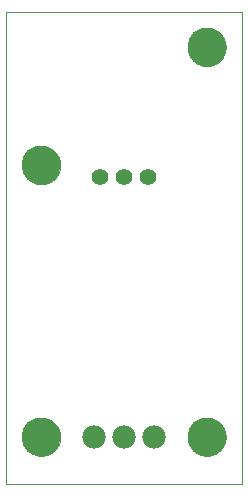
<source format=gts>
G75*
%MOIN*%
%OFA0B0*%
%FSLAX25Y25*%
%IPPOS*%
%LPD*%
%AMOC8*
5,1,8,0,0,1.08239X$1,22.5*
%
%ADD10C,0.00000*%
%ADD11C,0.12998*%
%ADD12C,0.07800*%
%ADD13C,0.05550*%
D10*
X0001000Y0001000D02*
X0001000Y0158480D01*
X0079740Y0158480D01*
X0079740Y0001000D01*
X0001000Y0001000D01*
X0006512Y0016748D02*
X0006514Y0016906D01*
X0006520Y0017064D01*
X0006530Y0017222D01*
X0006544Y0017380D01*
X0006562Y0017537D01*
X0006583Y0017694D01*
X0006609Y0017850D01*
X0006639Y0018006D01*
X0006672Y0018161D01*
X0006710Y0018314D01*
X0006751Y0018467D01*
X0006796Y0018619D01*
X0006845Y0018770D01*
X0006898Y0018919D01*
X0006954Y0019067D01*
X0007014Y0019213D01*
X0007078Y0019358D01*
X0007146Y0019501D01*
X0007217Y0019643D01*
X0007291Y0019783D01*
X0007369Y0019920D01*
X0007451Y0020056D01*
X0007535Y0020190D01*
X0007624Y0020321D01*
X0007715Y0020450D01*
X0007810Y0020577D01*
X0007907Y0020702D01*
X0008008Y0020824D01*
X0008112Y0020943D01*
X0008219Y0021060D01*
X0008329Y0021174D01*
X0008442Y0021285D01*
X0008557Y0021394D01*
X0008675Y0021499D01*
X0008796Y0021601D01*
X0008919Y0021701D01*
X0009045Y0021797D01*
X0009173Y0021890D01*
X0009303Y0021980D01*
X0009436Y0022066D01*
X0009571Y0022150D01*
X0009707Y0022229D01*
X0009846Y0022306D01*
X0009987Y0022378D01*
X0010129Y0022448D01*
X0010273Y0022513D01*
X0010419Y0022575D01*
X0010566Y0022633D01*
X0010715Y0022688D01*
X0010865Y0022739D01*
X0011016Y0022786D01*
X0011168Y0022829D01*
X0011321Y0022868D01*
X0011476Y0022904D01*
X0011631Y0022935D01*
X0011787Y0022963D01*
X0011943Y0022987D01*
X0012100Y0023007D01*
X0012258Y0023023D01*
X0012415Y0023035D01*
X0012574Y0023043D01*
X0012732Y0023047D01*
X0012890Y0023047D01*
X0013048Y0023043D01*
X0013207Y0023035D01*
X0013364Y0023023D01*
X0013522Y0023007D01*
X0013679Y0022987D01*
X0013835Y0022963D01*
X0013991Y0022935D01*
X0014146Y0022904D01*
X0014301Y0022868D01*
X0014454Y0022829D01*
X0014606Y0022786D01*
X0014757Y0022739D01*
X0014907Y0022688D01*
X0015056Y0022633D01*
X0015203Y0022575D01*
X0015349Y0022513D01*
X0015493Y0022448D01*
X0015635Y0022378D01*
X0015776Y0022306D01*
X0015915Y0022229D01*
X0016051Y0022150D01*
X0016186Y0022066D01*
X0016319Y0021980D01*
X0016449Y0021890D01*
X0016577Y0021797D01*
X0016703Y0021701D01*
X0016826Y0021601D01*
X0016947Y0021499D01*
X0017065Y0021394D01*
X0017180Y0021285D01*
X0017293Y0021174D01*
X0017403Y0021060D01*
X0017510Y0020943D01*
X0017614Y0020824D01*
X0017715Y0020702D01*
X0017812Y0020577D01*
X0017907Y0020450D01*
X0017998Y0020321D01*
X0018087Y0020190D01*
X0018171Y0020056D01*
X0018253Y0019920D01*
X0018331Y0019783D01*
X0018405Y0019643D01*
X0018476Y0019501D01*
X0018544Y0019358D01*
X0018608Y0019213D01*
X0018668Y0019067D01*
X0018724Y0018919D01*
X0018777Y0018770D01*
X0018826Y0018619D01*
X0018871Y0018467D01*
X0018912Y0018314D01*
X0018950Y0018161D01*
X0018983Y0018006D01*
X0019013Y0017850D01*
X0019039Y0017694D01*
X0019060Y0017537D01*
X0019078Y0017380D01*
X0019092Y0017222D01*
X0019102Y0017064D01*
X0019108Y0016906D01*
X0019110Y0016748D01*
X0019108Y0016590D01*
X0019102Y0016432D01*
X0019092Y0016274D01*
X0019078Y0016116D01*
X0019060Y0015959D01*
X0019039Y0015802D01*
X0019013Y0015646D01*
X0018983Y0015490D01*
X0018950Y0015335D01*
X0018912Y0015182D01*
X0018871Y0015029D01*
X0018826Y0014877D01*
X0018777Y0014726D01*
X0018724Y0014577D01*
X0018668Y0014429D01*
X0018608Y0014283D01*
X0018544Y0014138D01*
X0018476Y0013995D01*
X0018405Y0013853D01*
X0018331Y0013713D01*
X0018253Y0013576D01*
X0018171Y0013440D01*
X0018087Y0013306D01*
X0017998Y0013175D01*
X0017907Y0013046D01*
X0017812Y0012919D01*
X0017715Y0012794D01*
X0017614Y0012672D01*
X0017510Y0012553D01*
X0017403Y0012436D01*
X0017293Y0012322D01*
X0017180Y0012211D01*
X0017065Y0012102D01*
X0016947Y0011997D01*
X0016826Y0011895D01*
X0016703Y0011795D01*
X0016577Y0011699D01*
X0016449Y0011606D01*
X0016319Y0011516D01*
X0016186Y0011430D01*
X0016051Y0011346D01*
X0015915Y0011267D01*
X0015776Y0011190D01*
X0015635Y0011118D01*
X0015493Y0011048D01*
X0015349Y0010983D01*
X0015203Y0010921D01*
X0015056Y0010863D01*
X0014907Y0010808D01*
X0014757Y0010757D01*
X0014606Y0010710D01*
X0014454Y0010667D01*
X0014301Y0010628D01*
X0014146Y0010592D01*
X0013991Y0010561D01*
X0013835Y0010533D01*
X0013679Y0010509D01*
X0013522Y0010489D01*
X0013364Y0010473D01*
X0013207Y0010461D01*
X0013048Y0010453D01*
X0012890Y0010449D01*
X0012732Y0010449D01*
X0012574Y0010453D01*
X0012415Y0010461D01*
X0012258Y0010473D01*
X0012100Y0010489D01*
X0011943Y0010509D01*
X0011787Y0010533D01*
X0011631Y0010561D01*
X0011476Y0010592D01*
X0011321Y0010628D01*
X0011168Y0010667D01*
X0011016Y0010710D01*
X0010865Y0010757D01*
X0010715Y0010808D01*
X0010566Y0010863D01*
X0010419Y0010921D01*
X0010273Y0010983D01*
X0010129Y0011048D01*
X0009987Y0011118D01*
X0009846Y0011190D01*
X0009707Y0011267D01*
X0009571Y0011346D01*
X0009436Y0011430D01*
X0009303Y0011516D01*
X0009173Y0011606D01*
X0009045Y0011699D01*
X0008919Y0011795D01*
X0008796Y0011895D01*
X0008675Y0011997D01*
X0008557Y0012102D01*
X0008442Y0012211D01*
X0008329Y0012322D01*
X0008219Y0012436D01*
X0008112Y0012553D01*
X0008008Y0012672D01*
X0007907Y0012794D01*
X0007810Y0012919D01*
X0007715Y0013046D01*
X0007624Y0013175D01*
X0007535Y0013306D01*
X0007451Y0013440D01*
X0007369Y0013576D01*
X0007291Y0013713D01*
X0007217Y0013853D01*
X0007146Y0013995D01*
X0007078Y0014138D01*
X0007014Y0014283D01*
X0006954Y0014429D01*
X0006898Y0014577D01*
X0006845Y0014726D01*
X0006796Y0014877D01*
X0006751Y0015029D01*
X0006710Y0015182D01*
X0006672Y0015335D01*
X0006639Y0015490D01*
X0006609Y0015646D01*
X0006583Y0015802D01*
X0006562Y0015959D01*
X0006544Y0016116D01*
X0006530Y0016274D01*
X0006520Y0016432D01*
X0006514Y0016590D01*
X0006512Y0016748D01*
X0006512Y0107299D02*
X0006514Y0107457D01*
X0006520Y0107615D01*
X0006530Y0107773D01*
X0006544Y0107931D01*
X0006562Y0108088D01*
X0006583Y0108245D01*
X0006609Y0108401D01*
X0006639Y0108557D01*
X0006672Y0108712D01*
X0006710Y0108865D01*
X0006751Y0109018D01*
X0006796Y0109170D01*
X0006845Y0109321D01*
X0006898Y0109470D01*
X0006954Y0109618D01*
X0007014Y0109764D01*
X0007078Y0109909D01*
X0007146Y0110052D01*
X0007217Y0110194D01*
X0007291Y0110334D01*
X0007369Y0110471D01*
X0007451Y0110607D01*
X0007535Y0110741D01*
X0007624Y0110872D01*
X0007715Y0111001D01*
X0007810Y0111128D01*
X0007907Y0111253D01*
X0008008Y0111375D01*
X0008112Y0111494D01*
X0008219Y0111611D01*
X0008329Y0111725D01*
X0008442Y0111836D01*
X0008557Y0111945D01*
X0008675Y0112050D01*
X0008796Y0112152D01*
X0008919Y0112252D01*
X0009045Y0112348D01*
X0009173Y0112441D01*
X0009303Y0112531D01*
X0009436Y0112617D01*
X0009571Y0112701D01*
X0009707Y0112780D01*
X0009846Y0112857D01*
X0009987Y0112929D01*
X0010129Y0112999D01*
X0010273Y0113064D01*
X0010419Y0113126D01*
X0010566Y0113184D01*
X0010715Y0113239D01*
X0010865Y0113290D01*
X0011016Y0113337D01*
X0011168Y0113380D01*
X0011321Y0113419D01*
X0011476Y0113455D01*
X0011631Y0113486D01*
X0011787Y0113514D01*
X0011943Y0113538D01*
X0012100Y0113558D01*
X0012258Y0113574D01*
X0012415Y0113586D01*
X0012574Y0113594D01*
X0012732Y0113598D01*
X0012890Y0113598D01*
X0013048Y0113594D01*
X0013207Y0113586D01*
X0013364Y0113574D01*
X0013522Y0113558D01*
X0013679Y0113538D01*
X0013835Y0113514D01*
X0013991Y0113486D01*
X0014146Y0113455D01*
X0014301Y0113419D01*
X0014454Y0113380D01*
X0014606Y0113337D01*
X0014757Y0113290D01*
X0014907Y0113239D01*
X0015056Y0113184D01*
X0015203Y0113126D01*
X0015349Y0113064D01*
X0015493Y0112999D01*
X0015635Y0112929D01*
X0015776Y0112857D01*
X0015915Y0112780D01*
X0016051Y0112701D01*
X0016186Y0112617D01*
X0016319Y0112531D01*
X0016449Y0112441D01*
X0016577Y0112348D01*
X0016703Y0112252D01*
X0016826Y0112152D01*
X0016947Y0112050D01*
X0017065Y0111945D01*
X0017180Y0111836D01*
X0017293Y0111725D01*
X0017403Y0111611D01*
X0017510Y0111494D01*
X0017614Y0111375D01*
X0017715Y0111253D01*
X0017812Y0111128D01*
X0017907Y0111001D01*
X0017998Y0110872D01*
X0018087Y0110741D01*
X0018171Y0110607D01*
X0018253Y0110471D01*
X0018331Y0110334D01*
X0018405Y0110194D01*
X0018476Y0110052D01*
X0018544Y0109909D01*
X0018608Y0109764D01*
X0018668Y0109618D01*
X0018724Y0109470D01*
X0018777Y0109321D01*
X0018826Y0109170D01*
X0018871Y0109018D01*
X0018912Y0108865D01*
X0018950Y0108712D01*
X0018983Y0108557D01*
X0019013Y0108401D01*
X0019039Y0108245D01*
X0019060Y0108088D01*
X0019078Y0107931D01*
X0019092Y0107773D01*
X0019102Y0107615D01*
X0019108Y0107457D01*
X0019110Y0107299D01*
X0019108Y0107141D01*
X0019102Y0106983D01*
X0019092Y0106825D01*
X0019078Y0106667D01*
X0019060Y0106510D01*
X0019039Y0106353D01*
X0019013Y0106197D01*
X0018983Y0106041D01*
X0018950Y0105886D01*
X0018912Y0105733D01*
X0018871Y0105580D01*
X0018826Y0105428D01*
X0018777Y0105277D01*
X0018724Y0105128D01*
X0018668Y0104980D01*
X0018608Y0104834D01*
X0018544Y0104689D01*
X0018476Y0104546D01*
X0018405Y0104404D01*
X0018331Y0104264D01*
X0018253Y0104127D01*
X0018171Y0103991D01*
X0018087Y0103857D01*
X0017998Y0103726D01*
X0017907Y0103597D01*
X0017812Y0103470D01*
X0017715Y0103345D01*
X0017614Y0103223D01*
X0017510Y0103104D01*
X0017403Y0102987D01*
X0017293Y0102873D01*
X0017180Y0102762D01*
X0017065Y0102653D01*
X0016947Y0102548D01*
X0016826Y0102446D01*
X0016703Y0102346D01*
X0016577Y0102250D01*
X0016449Y0102157D01*
X0016319Y0102067D01*
X0016186Y0101981D01*
X0016051Y0101897D01*
X0015915Y0101818D01*
X0015776Y0101741D01*
X0015635Y0101669D01*
X0015493Y0101599D01*
X0015349Y0101534D01*
X0015203Y0101472D01*
X0015056Y0101414D01*
X0014907Y0101359D01*
X0014757Y0101308D01*
X0014606Y0101261D01*
X0014454Y0101218D01*
X0014301Y0101179D01*
X0014146Y0101143D01*
X0013991Y0101112D01*
X0013835Y0101084D01*
X0013679Y0101060D01*
X0013522Y0101040D01*
X0013364Y0101024D01*
X0013207Y0101012D01*
X0013048Y0101004D01*
X0012890Y0101000D01*
X0012732Y0101000D01*
X0012574Y0101004D01*
X0012415Y0101012D01*
X0012258Y0101024D01*
X0012100Y0101040D01*
X0011943Y0101060D01*
X0011787Y0101084D01*
X0011631Y0101112D01*
X0011476Y0101143D01*
X0011321Y0101179D01*
X0011168Y0101218D01*
X0011016Y0101261D01*
X0010865Y0101308D01*
X0010715Y0101359D01*
X0010566Y0101414D01*
X0010419Y0101472D01*
X0010273Y0101534D01*
X0010129Y0101599D01*
X0009987Y0101669D01*
X0009846Y0101741D01*
X0009707Y0101818D01*
X0009571Y0101897D01*
X0009436Y0101981D01*
X0009303Y0102067D01*
X0009173Y0102157D01*
X0009045Y0102250D01*
X0008919Y0102346D01*
X0008796Y0102446D01*
X0008675Y0102548D01*
X0008557Y0102653D01*
X0008442Y0102762D01*
X0008329Y0102873D01*
X0008219Y0102987D01*
X0008112Y0103104D01*
X0008008Y0103223D01*
X0007907Y0103345D01*
X0007810Y0103470D01*
X0007715Y0103597D01*
X0007624Y0103726D01*
X0007535Y0103857D01*
X0007451Y0103991D01*
X0007369Y0104127D01*
X0007291Y0104264D01*
X0007217Y0104404D01*
X0007146Y0104546D01*
X0007078Y0104689D01*
X0007014Y0104834D01*
X0006954Y0104980D01*
X0006898Y0105128D01*
X0006845Y0105277D01*
X0006796Y0105428D01*
X0006751Y0105580D01*
X0006710Y0105733D01*
X0006672Y0105886D01*
X0006639Y0106041D01*
X0006609Y0106197D01*
X0006583Y0106353D01*
X0006562Y0106510D01*
X0006544Y0106667D01*
X0006530Y0106825D01*
X0006520Y0106983D01*
X0006514Y0107141D01*
X0006512Y0107299D01*
X0061630Y0146669D02*
X0061632Y0146827D01*
X0061638Y0146985D01*
X0061648Y0147143D01*
X0061662Y0147301D01*
X0061680Y0147458D01*
X0061701Y0147615D01*
X0061727Y0147771D01*
X0061757Y0147927D01*
X0061790Y0148082D01*
X0061828Y0148235D01*
X0061869Y0148388D01*
X0061914Y0148540D01*
X0061963Y0148691D01*
X0062016Y0148840D01*
X0062072Y0148988D01*
X0062132Y0149134D01*
X0062196Y0149279D01*
X0062264Y0149422D01*
X0062335Y0149564D01*
X0062409Y0149704D01*
X0062487Y0149841D01*
X0062569Y0149977D01*
X0062653Y0150111D01*
X0062742Y0150242D01*
X0062833Y0150371D01*
X0062928Y0150498D01*
X0063025Y0150623D01*
X0063126Y0150745D01*
X0063230Y0150864D01*
X0063337Y0150981D01*
X0063447Y0151095D01*
X0063560Y0151206D01*
X0063675Y0151315D01*
X0063793Y0151420D01*
X0063914Y0151522D01*
X0064037Y0151622D01*
X0064163Y0151718D01*
X0064291Y0151811D01*
X0064421Y0151901D01*
X0064554Y0151987D01*
X0064689Y0152071D01*
X0064825Y0152150D01*
X0064964Y0152227D01*
X0065105Y0152299D01*
X0065247Y0152369D01*
X0065391Y0152434D01*
X0065537Y0152496D01*
X0065684Y0152554D01*
X0065833Y0152609D01*
X0065983Y0152660D01*
X0066134Y0152707D01*
X0066286Y0152750D01*
X0066439Y0152789D01*
X0066594Y0152825D01*
X0066749Y0152856D01*
X0066905Y0152884D01*
X0067061Y0152908D01*
X0067218Y0152928D01*
X0067376Y0152944D01*
X0067533Y0152956D01*
X0067692Y0152964D01*
X0067850Y0152968D01*
X0068008Y0152968D01*
X0068166Y0152964D01*
X0068325Y0152956D01*
X0068482Y0152944D01*
X0068640Y0152928D01*
X0068797Y0152908D01*
X0068953Y0152884D01*
X0069109Y0152856D01*
X0069264Y0152825D01*
X0069419Y0152789D01*
X0069572Y0152750D01*
X0069724Y0152707D01*
X0069875Y0152660D01*
X0070025Y0152609D01*
X0070174Y0152554D01*
X0070321Y0152496D01*
X0070467Y0152434D01*
X0070611Y0152369D01*
X0070753Y0152299D01*
X0070894Y0152227D01*
X0071033Y0152150D01*
X0071169Y0152071D01*
X0071304Y0151987D01*
X0071437Y0151901D01*
X0071567Y0151811D01*
X0071695Y0151718D01*
X0071821Y0151622D01*
X0071944Y0151522D01*
X0072065Y0151420D01*
X0072183Y0151315D01*
X0072298Y0151206D01*
X0072411Y0151095D01*
X0072521Y0150981D01*
X0072628Y0150864D01*
X0072732Y0150745D01*
X0072833Y0150623D01*
X0072930Y0150498D01*
X0073025Y0150371D01*
X0073116Y0150242D01*
X0073205Y0150111D01*
X0073289Y0149977D01*
X0073371Y0149841D01*
X0073449Y0149704D01*
X0073523Y0149564D01*
X0073594Y0149422D01*
X0073662Y0149279D01*
X0073726Y0149134D01*
X0073786Y0148988D01*
X0073842Y0148840D01*
X0073895Y0148691D01*
X0073944Y0148540D01*
X0073989Y0148388D01*
X0074030Y0148235D01*
X0074068Y0148082D01*
X0074101Y0147927D01*
X0074131Y0147771D01*
X0074157Y0147615D01*
X0074178Y0147458D01*
X0074196Y0147301D01*
X0074210Y0147143D01*
X0074220Y0146985D01*
X0074226Y0146827D01*
X0074228Y0146669D01*
X0074226Y0146511D01*
X0074220Y0146353D01*
X0074210Y0146195D01*
X0074196Y0146037D01*
X0074178Y0145880D01*
X0074157Y0145723D01*
X0074131Y0145567D01*
X0074101Y0145411D01*
X0074068Y0145256D01*
X0074030Y0145103D01*
X0073989Y0144950D01*
X0073944Y0144798D01*
X0073895Y0144647D01*
X0073842Y0144498D01*
X0073786Y0144350D01*
X0073726Y0144204D01*
X0073662Y0144059D01*
X0073594Y0143916D01*
X0073523Y0143774D01*
X0073449Y0143634D01*
X0073371Y0143497D01*
X0073289Y0143361D01*
X0073205Y0143227D01*
X0073116Y0143096D01*
X0073025Y0142967D01*
X0072930Y0142840D01*
X0072833Y0142715D01*
X0072732Y0142593D01*
X0072628Y0142474D01*
X0072521Y0142357D01*
X0072411Y0142243D01*
X0072298Y0142132D01*
X0072183Y0142023D01*
X0072065Y0141918D01*
X0071944Y0141816D01*
X0071821Y0141716D01*
X0071695Y0141620D01*
X0071567Y0141527D01*
X0071437Y0141437D01*
X0071304Y0141351D01*
X0071169Y0141267D01*
X0071033Y0141188D01*
X0070894Y0141111D01*
X0070753Y0141039D01*
X0070611Y0140969D01*
X0070467Y0140904D01*
X0070321Y0140842D01*
X0070174Y0140784D01*
X0070025Y0140729D01*
X0069875Y0140678D01*
X0069724Y0140631D01*
X0069572Y0140588D01*
X0069419Y0140549D01*
X0069264Y0140513D01*
X0069109Y0140482D01*
X0068953Y0140454D01*
X0068797Y0140430D01*
X0068640Y0140410D01*
X0068482Y0140394D01*
X0068325Y0140382D01*
X0068166Y0140374D01*
X0068008Y0140370D01*
X0067850Y0140370D01*
X0067692Y0140374D01*
X0067533Y0140382D01*
X0067376Y0140394D01*
X0067218Y0140410D01*
X0067061Y0140430D01*
X0066905Y0140454D01*
X0066749Y0140482D01*
X0066594Y0140513D01*
X0066439Y0140549D01*
X0066286Y0140588D01*
X0066134Y0140631D01*
X0065983Y0140678D01*
X0065833Y0140729D01*
X0065684Y0140784D01*
X0065537Y0140842D01*
X0065391Y0140904D01*
X0065247Y0140969D01*
X0065105Y0141039D01*
X0064964Y0141111D01*
X0064825Y0141188D01*
X0064689Y0141267D01*
X0064554Y0141351D01*
X0064421Y0141437D01*
X0064291Y0141527D01*
X0064163Y0141620D01*
X0064037Y0141716D01*
X0063914Y0141816D01*
X0063793Y0141918D01*
X0063675Y0142023D01*
X0063560Y0142132D01*
X0063447Y0142243D01*
X0063337Y0142357D01*
X0063230Y0142474D01*
X0063126Y0142593D01*
X0063025Y0142715D01*
X0062928Y0142840D01*
X0062833Y0142967D01*
X0062742Y0143096D01*
X0062653Y0143227D01*
X0062569Y0143361D01*
X0062487Y0143497D01*
X0062409Y0143634D01*
X0062335Y0143774D01*
X0062264Y0143916D01*
X0062196Y0144059D01*
X0062132Y0144204D01*
X0062072Y0144350D01*
X0062016Y0144498D01*
X0061963Y0144647D01*
X0061914Y0144798D01*
X0061869Y0144950D01*
X0061828Y0145103D01*
X0061790Y0145256D01*
X0061757Y0145411D01*
X0061727Y0145567D01*
X0061701Y0145723D01*
X0061680Y0145880D01*
X0061662Y0146037D01*
X0061648Y0146195D01*
X0061638Y0146353D01*
X0061632Y0146511D01*
X0061630Y0146669D01*
X0061630Y0016748D02*
X0061632Y0016906D01*
X0061638Y0017064D01*
X0061648Y0017222D01*
X0061662Y0017380D01*
X0061680Y0017537D01*
X0061701Y0017694D01*
X0061727Y0017850D01*
X0061757Y0018006D01*
X0061790Y0018161D01*
X0061828Y0018314D01*
X0061869Y0018467D01*
X0061914Y0018619D01*
X0061963Y0018770D01*
X0062016Y0018919D01*
X0062072Y0019067D01*
X0062132Y0019213D01*
X0062196Y0019358D01*
X0062264Y0019501D01*
X0062335Y0019643D01*
X0062409Y0019783D01*
X0062487Y0019920D01*
X0062569Y0020056D01*
X0062653Y0020190D01*
X0062742Y0020321D01*
X0062833Y0020450D01*
X0062928Y0020577D01*
X0063025Y0020702D01*
X0063126Y0020824D01*
X0063230Y0020943D01*
X0063337Y0021060D01*
X0063447Y0021174D01*
X0063560Y0021285D01*
X0063675Y0021394D01*
X0063793Y0021499D01*
X0063914Y0021601D01*
X0064037Y0021701D01*
X0064163Y0021797D01*
X0064291Y0021890D01*
X0064421Y0021980D01*
X0064554Y0022066D01*
X0064689Y0022150D01*
X0064825Y0022229D01*
X0064964Y0022306D01*
X0065105Y0022378D01*
X0065247Y0022448D01*
X0065391Y0022513D01*
X0065537Y0022575D01*
X0065684Y0022633D01*
X0065833Y0022688D01*
X0065983Y0022739D01*
X0066134Y0022786D01*
X0066286Y0022829D01*
X0066439Y0022868D01*
X0066594Y0022904D01*
X0066749Y0022935D01*
X0066905Y0022963D01*
X0067061Y0022987D01*
X0067218Y0023007D01*
X0067376Y0023023D01*
X0067533Y0023035D01*
X0067692Y0023043D01*
X0067850Y0023047D01*
X0068008Y0023047D01*
X0068166Y0023043D01*
X0068325Y0023035D01*
X0068482Y0023023D01*
X0068640Y0023007D01*
X0068797Y0022987D01*
X0068953Y0022963D01*
X0069109Y0022935D01*
X0069264Y0022904D01*
X0069419Y0022868D01*
X0069572Y0022829D01*
X0069724Y0022786D01*
X0069875Y0022739D01*
X0070025Y0022688D01*
X0070174Y0022633D01*
X0070321Y0022575D01*
X0070467Y0022513D01*
X0070611Y0022448D01*
X0070753Y0022378D01*
X0070894Y0022306D01*
X0071033Y0022229D01*
X0071169Y0022150D01*
X0071304Y0022066D01*
X0071437Y0021980D01*
X0071567Y0021890D01*
X0071695Y0021797D01*
X0071821Y0021701D01*
X0071944Y0021601D01*
X0072065Y0021499D01*
X0072183Y0021394D01*
X0072298Y0021285D01*
X0072411Y0021174D01*
X0072521Y0021060D01*
X0072628Y0020943D01*
X0072732Y0020824D01*
X0072833Y0020702D01*
X0072930Y0020577D01*
X0073025Y0020450D01*
X0073116Y0020321D01*
X0073205Y0020190D01*
X0073289Y0020056D01*
X0073371Y0019920D01*
X0073449Y0019783D01*
X0073523Y0019643D01*
X0073594Y0019501D01*
X0073662Y0019358D01*
X0073726Y0019213D01*
X0073786Y0019067D01*
X0073842Y0018919D01*
X0073895Y0018770D01*
X0073944Y0018619D01*
X0073989Y0018467D01*
X0074030Y0018314D01*
X0074068Y0018161D01*
X0074101Y0018006D01*
X0074131Y0017850D01*
X0074157Y0017694D01*
X0074178Y0017537D01*
X0074196Y0017380D01*
X0074210Y0017222D01*
X0074220Y0017064D01*
X0074226Y0016906D01*
X0074228Y0016748D01*
X0074226Y0016590D01*
X0074220Y0016432D01*
X0074210Y0016274D01*
X0074196Y0016116D01*
X0074178Y0015959D01*
X0074157Y0015802D01*
X0074131Y0015646D01*
X0074101Y0015490D01*
X0074068Y0015335D01*
X0074030Y0015182D01*
X0073989Y0015029D01*
X0073944Y0014877D01*
X0073895Y0014726D01*
X0073842Y0014577D01*
X0073786Y0014429D01*
X0073726Y0014283D01*
X0073662Y0014138D01*
X0073594Y0013995D01*
X0073523Y0013853D01*
X0073449Y0013713D01*
X0073371Y0013576D01*
X0073289Y0013440D01*
X0073205Y0013306D01*
X0073116Y0013175D01*
X0073025Y0013046D01*
X0072930Y0012919D01*
X0072833Y0012794D01*
X0072732Y0012672D01*
X0072628Y0012553D01*
X0072521Y0012436D01*
X0072411Y0012322D01*
X0072298Y0012211D01*
X0072183Y0012102D01*
X0072065Y0011997D01*
X0071944Y0011895D01*
X0071821Y0011795D01*
X0071695Y0011699D01*
X0071567Y0011606D01*
X0071437Y0011516D01*
X0071304Y0011430D01*
X0071169Y0011346D01*
X0071033Y0011267D01*
X0070894Y0011190D01*
X0070753Y0011118D01*
X0070611Y0011048D01*
X0070467Y0010983D01*
X0070321Y0010921D01*
X0070174Y0010863D01*
X0070025Y0010808D01*
X0069875Y0010757D01*
X0069724Y0010710D01*
X0069572Y0010667D01*
X0069419Y0010628D01*
X0069264Y0010592D01*
X0069109Y0010561D01*
X0068953Y0010533D01*
X0068797Y0010509D01*
X0068640Y0010489D01*
X0068482Y0010473D01*
X0068325Y0010461D01*
X0068166Y0010453D01*
X0068008Y0010449D01*
X0067850Y0010449D01*
X0067692Y0010453D01*
X0067533Y0010461D01*
X0067376Y0010473D01*
X0067218Y0010489D01*
X0067061Y0010509D01*
X0066905Y0010533D01*
X0066749Y0010561D01*
X0066594Y0010592D01*
X0066439Y0010628D01*
X0066286Y0010667D01*
X0066134Y0010710D01*
X0065983Y0010757D01*
X0065833Y0010808D01*
X0065684Y0010863D01*
X0065537Y0010921D01*
X0065391Y0010983D01*
X0065247Y0011048D01*
X0065105Y0011118D01*
X0064964Y0011190D01*
X0064825Y0011267D01*
X0064689Y0011346D01*
X0064554Y0011430D01*
X0064421Y0011516D01*
X0064291Y0011606D01*
X0064163Y0011699D01*
X0064037Y0011795D01*
X0063914Y0011895D01*
X0063793Y0011997D01*
X0063675Y0012102D01*
X0063560Y0012211D01*
X0063447Y0012322D01*
X0063337Y0012436D01*
X0063230Y0012553D01*
X0063126Y0012672D01*
X0063025Y0012794D01*
X0062928Y0012919D01*
X0062833Y0013046D01*
X0062742Y0013175D01*
X0062653Y0013306D01*
X0062569Y0013440D01*
X0062487Y0013576D01*
X0062409Y0013713D01*
X0062335Y0013853D01*
X0062264Y0013995D01*
X0062196Y0014138D01*
X0062132Y0014283D01*
X0062072Y0014429D01*
X0062016Y0014577D01*
X0061963Y0014726D01*
X0061914Y0014877D01*
X0061869Y0015029D01*
X0061828Y0015182D01*
X0061790Y0015335D01*
X0061757Y0015490D01*
X0061727Y0015646D01*
X0061701Y0015802D01*
X0061680Y0015959D01*
X0061662Y0016116D01*
X0061648Y0016274D01*
X0061638Y0016432D01*
X0061632Y0016590D01*
X0061630Y0016748D01*
D11*
X0067929Y0016748D03*
X0012811Y0016748D03*
X0012811Y0107299D03*
X0067929Y0146669D03*
D12*
X0050370Y0016748D03*
X0040370Y0016748D03*
X0030370Y0016748D03*
D13*
X0032496Y0103362D03*
X0040370Y0103362D03*
X0048244Y0103362D03*
M02*

</source>
